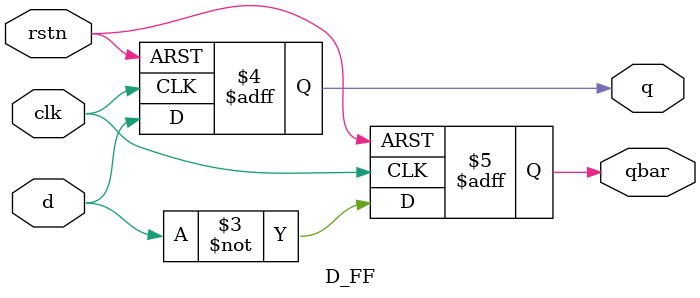
<source format=v>
module D_FF(
    input d, rstn, clk,
    output reg q,qbar
);

always @ (posedge clk or negedge rstn) begin
    if (!rstn) begin
        q <= 0;
        qbar <= 1;
    end
    else begin
        q <= d;
        qbar <= ~d;
    end
end
endmodule

</source>
